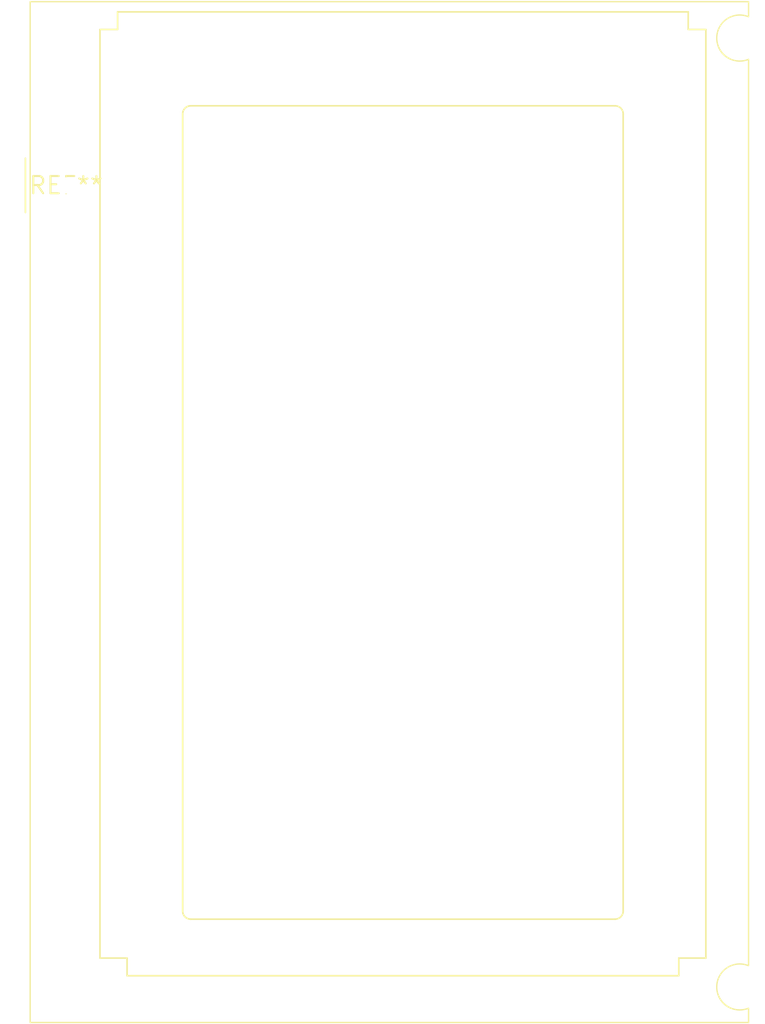
<source format=kicad_pcb>
(kicad_pcb (version 20240108) (generator pcbnew)
  (layers (0 "F.Cu" signal) (31 "B.Cu" signal) (34 "B.Paste" user) (35 "F.Paste" user) (36 "B.SilkS" user "B.Silkscreen") (37 "F.SilkS" user "F.Silkscreen") (38 "B.Mask" user) (39 "F.Mask" user) (44 "Edge.Cuts" user))
  (net 0 "")
  (footprint "AG12864E" (layer "F.Cu") (at 0 0)
    (property "Reference" "REF**")
    (property "Value" "AG12864E")
    (fp_line (start -3 -2) (end -3 2) (layer "F.SilkS") (stroke (width 0.12)))
    (fp_line (start -2.65 -13.55) (end -2.65 61.75) (layer "F.SilkS") (stroke (width 0.1)))
    (fp_line (start -2.65 61.75) (end 50.35 61.75) (layer "F.SilkS") (stroke (width 0.1)))
    (fp_line (start 2.5 57) (end 2.5 -11.5) (layer "F.SilkS") (stroke (width 0.12)))
    (fp_line (start 2.5 57) (end 4.5 57) (layer "F.SilkS") (stroke (width 0.12)))
    (fp_line (start 3.8 -12.8) (end 3.8 -11.5) (layer "F.SilkS") (stroke (width 0.12)))
    (fp_line (start 3.8 -12.8) (end 45.9 -12.8) (layer "F.SilkS") (stroke (width 0.12)))
    (fp_line (start 3.8 -11.5) (end 2.5 -11.5) (layer "F.SilkS") (stroke (width 0.12)))
    (fp_line (start 4.5 57) (end 4.5 58.3) (layer "F.SilkS") (stroke (width 0.12)))
    (fp_line (start 8.6 -5.27) (end 8.6 53.53) (layer "F.SilkS") (stroke (width 0.12)))
    (fp_line (start 9.2 54.13) (end 40.5 54.13) (layer "F.SilkS") (stroke (width 0.12)))
    (fp_line (start 40.5 -5.87) (end 9.21 -5.87) (layer "F.SilkS") (stroke (width 0.12)))
    (fp_line (start 41.1 53.53) (end 41.1 -5.27) (layer "F.SilkS") (stroke (width 0.12)))
    (fp_line (start 45.2 57) (end 45.2 58.3) (layer "F.SilkS") (stroke (width 0.12)))
    (fp_line (start 45.2 58.3) (end 4.5 58.3) (layer "F.SilkS") (stroke (width 0.12)))
    (fp_line (start 45.9 -11.5) (end 45.9 -12.8) (layer "F.SilkS") (stroke (width 0.12)))
    (fp_line (start 47.2 -11.5) (end 45.9 -11.5) (layer "F.SilkS") (stroke (width 0.12)))
    (fp_line (start 47.2 -11.5) (end 47.2 57) (layer "F.SilkS") (stroke (width 0.12)))
    (fp_line (start 47.2 57) (end 45.2 57) (layer "F.SilkS") (stroke (width 0.12)))
    (fp_line (start 50.35 -13.55) (end -2.65 -13.55) (layer "F.SilkS") (stroke (width 0.1)))
    (fp_line (start 50.35 -13.54) (end 50.35 -12.44) (layer "F.SilkS") (stroke (width 0.1)))
    (fp_line (start 50.35 57.55) (end 50.35 -9.3) (layer "F.SilkS") (stroke (width 0.1)))
    (fp_line (start 50.35 61.75) (end 50.35 60.7) (layer "F.SilkS") (stroke (width 0.1)))
    (fp_arc (start 8.6 -5.27) (mid 8.775736 -5.694264) (end 9.2 -5.87) (layer "F.SilkS") (stroke (width 0.12)))
    (fp_arc (start 9.2 54.13) (mid 8.775736 53.954264) (end 8.6 53.53) (layer "F.SilkS") (stroke (width 0.12)))
    (fp_arc (start 40.5 -5.87) (mid 40.924264 -5.694264) (end 41.1 -5.27) (layer "F.SilkS") (stroke (width 0.12)))
    (fp_arc (start 41.1 53.53) (mid 40.924264 53.954264) (end 40.5 54.13) (layer "F.SilkS") (stroke (width 0.12)))
    (fp_arc (start 48.12 -11.49) (mid 49.021177 -12.425635) (end 50.32 -12.45) (layer "F.SilkS") (stroke (width 0.1)))
    (fp_arc (start 48.12 58.51) (mid 49.021177 57.574365) (end 50.32 57.55) (layer "F.SilkS") (stroke (width 0.1)))
    (fp_arc (start 49.01 -9.32) (mid 48.116081 -10.261888) (end 48.15 -11.56) (layer "F.SilkS") (stroke (width 0.1)))
    (fp_arc (start 49.08 60.71) (mid 48.144365 59.808823) (end 48.12 58.51) (layer "F.SilkS") (stroke (width 0.1)))
    (fp_arc (start 50.31 60.71) (mid 49.014106 60.678564) (end 48.12 59.74) (layer "F.SilkS") (stroke (width 0.1)))
    (fp_arc (start 50.33 -9.29) (mid 49.028249 -9.307294) (end 48.12 -10.24) (layer "F.SilkS") (stroke (width 0.1)))
    (pad "" thru_hole circle (at 0 -10.87 270) (size 3.2 3.2) (drill 2.7) (layers *.Cu *.Mask) (remove_unused_layers))
    (pad "" thru_hole circle (at 0 59.13 270) (size 3.2 3.2) (drill 2.7) (layers *.Cu *.Mask) (remove_unused_layers))
    (pad "" thru_hole circle (at 49.7 -10.87 270) (size 3.2 3.2) (drill 2.7) (layers *.Cu *.Mask) (remove_unused_layers))
    (pad "" thru_hole circle (at 49.7 59.13 270) (size 3.2 3.2) (drill 2.7) (layers *.Cu *.Mask) (remove_unused_layers))
    (pad "1" thru_hole rect (at 0 0 270) (size 1.8 2.5) (drill 1.2) (layers *.Cu *.Mask) (remove_unused_layers))
    (pad "2" thru_hole oval (at 0 2.54 270) (size 1.8 2.5) (drill 1.2) (layers *.Cu *.Mask) (remove_unused_layers))
    (pad "3" thru_hole oval (at 0 5.08 270) (size 1.8 2.5) (drill 1.2) (layers *.Cu *.Mask) (remove_unused_layers))
    (pad "4" thru_hole oval (at 0 7.62 270) (size 1.8 2.5) (drill 1.2) (layers *.Cu *.Mask) (remove_unused_layers))
    (pad "5" thru_hole oval (at 0 10.16 270) (size 1.8 2.5) (drill 1.2) (layers *.Cu *.Mask) (remove_unused_layers))
    (pad "6" thru_hole oval (at 0 12.7 270) (size 1.8 2.5) (drill 1.2) (layers *.Cu *.Mask) (remove_unused_layers))
    (pad "7" thru_hole oval (at 0 15.24 270) (size 1.8 2.5) (drill 1.2) (layers *.Cu *.Mask) (remove_unused_layers))
    (pad "8" thru_hole oval (at 0 17.78 270) (size 1.8 2.5) (drill 1.2) (layers *.Cu *.Mask) (remove_unused_layers))
    (pad "9" thru_hole oval (at 0 20.32 270) (size 1.8 2.5) (drill 1.2) (layers *.Cu *.Mask) (remove_unused_layers))
    (pad "10" thru_hole oval (at 0 22.86 270) (size 1.8 2.5) (drill 1.2) (layers *.Cu *.Mask) (remove_unused_layers))
    (pad "11" thru_hole oval (at 0 25.4 270) (size 1.8 2.5) (drill 1.2) (layers *.Cu *.Mask) (remove_unused_layers))
    (pad "12" thru_hole oval (at 0 27.94 270) (size 1.8 2.5) (drill 1.2) (layers *.Cu *.Mask) (remove_unused_layers))
    (pad "13" thru_hole oval (at 0 30.48 270) (size 1.8 2.5) (drill 1.2) (layers *.Cu *.Mask) (remove_unused_layers))
    (pad "14" thru_hole oval (at 0 33.02 270) (size 1.8 2.5) (drill 1.2) (layers *.Cu *.Mask) (remove_unused_layers))
    (pad "15" thru_hole oval (at 0 35.56 270) (size 1.8 2.5) (drill 1.2) (layers *.Cu *.Mask) (remove_unused_layers))
    (pad "16" thru_hole oval (at 0 38.1 270) (size 1.8 2.5) (drill 1.2) (layers *.Cu *.Mask) (remove_unused_layers))
    (pad "17" thru_hole oval (at 0 40.64 270) (size 1.8 2.5) (drill 1.2) (layers *.Cu *.Mask) (remove_unused_layers))
    (pad "18" thru_hole oval (at 0 43.18 270) (size 1.8 2.5) (drill 1.2) (layers *.Cu *.Mask) (remove_unused_layers))
    (pad "19" thru_hole oval (at 0 45.72 270) (size 1.8 2.5) (drill 1.2) (layers *.Cu *.Mask) (remove_unused_layers))
    (pad "20" thru_hole oval (at 0 48.26 270) (size 1.8 2.5) (drill 1.2) (layers *.Cu *.Mask) (remove_unused_layers))
  )
)
</source>
